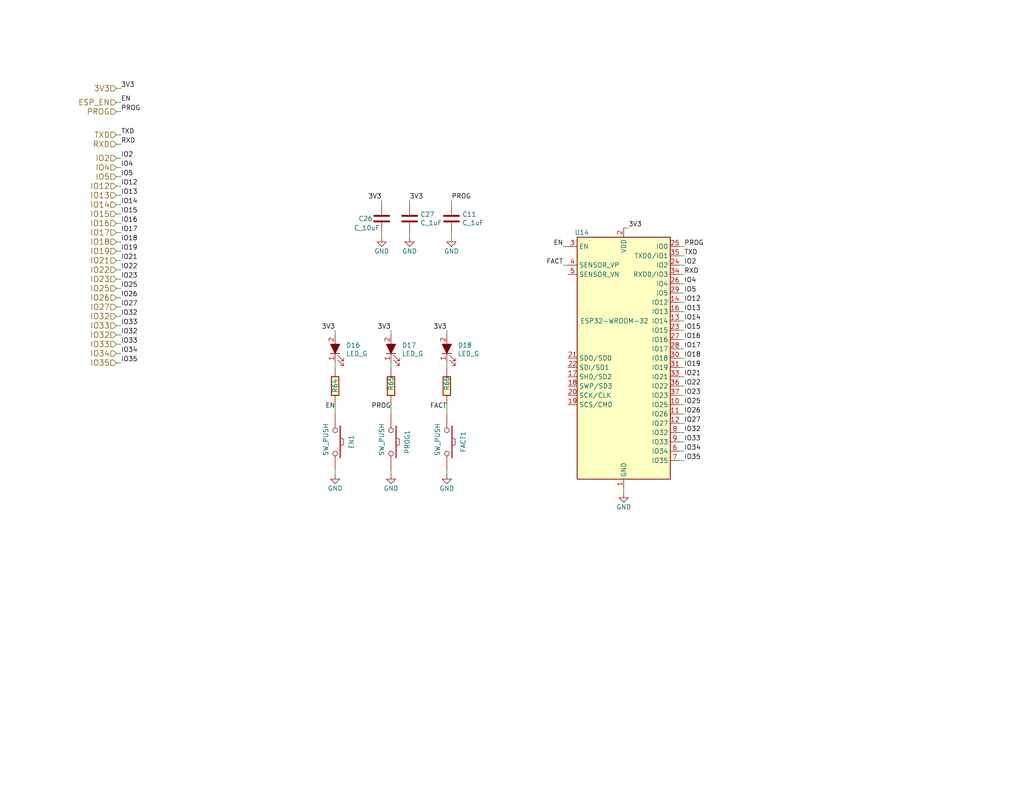
<source format=kicad_sch>
(kicad_sch (version 20211123) (generator eeschema)
  (paper "USLetter")
  (lib_symbols
    (symbol "C_1uF_1" (pin_numbers hide) (pin_names (offset 0.254))
      (property "Reference" "C" (at 0.635 2.54 0))
      (property "Value" "C_1uF_1" (at -5.715 -2.54 0))
      (symbol "C_1uF_1_0_1"
        (polyline (pts (xy -2.032 -0.762) (xy 2.032 -0.762)) (stroke (width 0.508)))
        (polyline (pts (xy -2.032 0.762) (xy 2.032 0.762)) (stroke (width 0.508)))
      )
      (symbol "C_1uF_1_1_1"
        (pin passive line (at 0 3.81 270) (length 2.794) (name "~") (number "1"))
        (pin passive line (at 0 -3.81 90) (length 2.794) (name "~") (number "2"))
      )
    )
    (symbol "LED_G_1" (pin_names (offset 1.016) hide)
      (property "Reference" "D" (at 0 2.54 0))
      (property "Value" "LED_G_1" (at 0 -2.54 0))
      (symbol "LED_G_1_0_1"
        (polyline (pts (xy -1.27 -1.27) (xy -1.27 1.27)) (stroke (width 0.2032)))
        (polyline (pts (xy 1.27 -1.27) (xy 1.27 1.27) (xy -1.27 0) (xy 1.27 -1.27)) (stroke (width 0.2032)) (fill (type outline)))
        (polyline (pts (xy -3.048 -0.762) (xy -4.572 -2.286) (xy -3.81 -2.286) (xy -4.572 -2.286) (xy -4.572 -1.524)))
        (polyline (pts (xy -1.778 -0.762) (xy -3.302 -2.286) (xy -2.54 -2.286) (xy -3.302 -2.286) (xy -3.302 -1.524)))
      )
      (symbol "LED_G_1_1_1"
        (pin passive line (at -3.81 0 0) (length 2.54) (name "K") (number "1"))
        (pin passive line (at 3.81 0 180) (length 2.54) (name "A") (number "2"))
      )
    )
    (symbol "LED_G_2" (pin_names (offset 1.016) hide)
      (property "Reference" "D" (at 0 2.54 0))
      (property "Value" "LED_G_2" (at 0 -2.54 0))
      (symbol "LED_G_2_0_1"
        (polyline (pts (xy -1.27 -1.27) (xy -1.27 1.27)) (stroke (width 0.2032)))
        (polyline (pts (xy 1.27 -1.27) (xy 1.27 1.27) (xy -1.27 0) (xy 1.27 -1.27)) (stroke (width 0.2032)) (fill (type outline)))
        (polyline (pts (xy -3.048 -0.762) (xy -4.572 -2.286) (xy -3.81 -2.286) (xy -4.572 -2.286) (xy -4.572 -1.524)))
        (polyline (pts (xy -1.778 -0.762) (xy -3.302 -2.286) (xy -2.54 -2.286) (xy -3.302 -2.286) (xy -3.302 -1.524)))
      )
      (symbol "LED_G_2_1_1"
        (pin passive line (at -3.81 0 0) (length 2.54) (name "K") (number "1"))
        (pin passive line (at 3.81 0 180) (length 2.54) (name "A") (number "2"))
      )
    )
    (symbol "Open Automation:R_10K_0402" (pin_numbers hide) (pin_names (offset 0))
      (property "Reference" "R" (at 0 0 90))
      (property "Value" "R_10K_0402" (at -1.905 0 90))
      (symbol "R_10K_0402_0_1"
        (rectangle (start -1.016 -2.54) (end 1.016 2.54) (stroke (width 0.254)) (fill (type background)))
      )
      (symbol "R_10K_0402_1_1"
        (pin passive line (at 0 -5.08 90) (length 2.54) (name "~") (number "1"))
        (pin passive line (at 0 5.08 270) (length 2.54) (name "~") (number "2"))
      )
    )
    (symbol "Open_Automation:C_10uF" (pin_numbers hide) (pin_names (offset 0.254))
      (property "Reference" "C" (at 0.635 2.54 0))
      (property "Value" "C_10uF" (at 1.27 -2.54 0))
      (symbol "C_10uF_0_1"
        (polyline (pts (xy -2.032 -0.762) (xy 2.032 -0.762)) (stroke (width 0.508)))
        (polyline (pts (xy -2.032 0.762) (xy 2.032 0.762)) (stroke (width 0.508)))
      )
      (symbol "C_10uF_1_1"
        (pin passive line (at 0 3.81 270) (length 2.794) (name "~") (number "1"))
        (pin passive line (at 0 -3.81 90) (length 2.794) (name "~") (number "2"))
      )
    )
    (symbol "Open_Automation:C_1uF" (pin_numbers hide) (pin_names (offset 0.254))
      (property "Reference" "C" (at 0.635 2.54 0))
      (property "Value" "C_1uF" (at -5.715 -2.54 0))
      (symbol "C_1uF_0_1"
        (polyline (pts (xy -2.032 -0.762) (xy 2.032 -0.762)) (stroke (width 0.508)))
        (polyline (pts (xy -2.032 0.762) (xy 2.032 0.762)) (stroke (width 0.508)))
      )
      (symbol "C_1uF_1_1"
        (pin passive line (at 0 3.81 270) (length 2.794) (name "~") (number "1"))
        (pin passive line (at 0 -3.81 90) (length 2.794) (name "~") (number "2"))
      )
    )
    (symbol "Open_Automation:ESP32-WROOM-32"
      (property "Reference" "U" (at -12.7 34.29 0))
      (property "Value" "ESP32-WROOM-32" (at 1.27 34.29 0))
      (symbol "ESP32-WROOM-32_0_1"
        (rectangle (start -12.7 33.02) (end 12.7 -33.02) (stroke (width 0.254)) (fill (type background)))
      )
      (symbol "ESP32-WROOM-32_1_1"
        (pin power_in line (at 0 -35.56 90) (length 2.54) (name "GND") (number "1"))
        (pin bidirectional line (at 15.24 -12.7 180) (length 2.54) (name "IO25") (number "10"))
        (pin bidirectional line (at 15.24 -15.24 180) (length 2.54) (name "IO26") (number "11"))
        (pin bidirectional line (at 15.24 -17.78 180) (length 2.54) (name "IO27") (number "12"))
        (pin bidirectional line (at 15.24 10.16 180) (length 2.54) (name "IO14") (number "13"))
        (pin bidirectional line (at 15.24 15.24 180) (length 2.54) (name "IO12") (number "14"))
        (pin passive line (at 0 -35.56 90) (length 2.54) hide (name "GND") (number "15"))
        (pin bidirectional line (at 15.24 12.7 180) (length 2.54) (name "IO13") (number "16"))
        (pin bidirectional line (at -15.24 -5.08 0) (length 2.54) (name "SHD/SD2") (number "17"))
        (pin bidirectional line (at -15.24 -7.62 0) (length 2.54) (name "SWP/SD3") (number "18"))
        (pin bidirectional line (at -15.24 -12.7 0) (length 2.54) (name "SCS/CMD") (number "19"))
        (pin power_in line (at 0 35.56 270) (length 2.54) (name "VDD") (number "2"))
        (pin bidirectional line (at -15.24 -10.16 0) (length 2.54) (name "SCK/CLK") (number "20"))
        (pin bidirectional line (at -15.24 0 0) (length 2.54) (name "SDO/SD0") (number "21"))
        (pin bidirectional line (at -15.24 -2.54 0) (length 2.54) (name "SDI/SD1") (number "22"))
        (pin bidirectional line (at 15.24 7.62 180) (length 2.54) (name "IO15") (number "23"))
        (pin bidirectional line (at 15.24 25.4 180) (length 2.54) (name "IO2") (number "24"))
        (pin bidirectional line (at 15.24 30.48 180) (length 2.54) (name "IO0") (number "25"))
        (pin bidirectional line (at 15.24 20.32 180) (length 2.54) (name "IO4") (number "26"))
        (pin bidirectional line (at 15.24 5.08 180) (length 2.54) (name "IO16") (number "27"))
        (pin bidirectional line (at 15.24 2.54 180) (length 2.54) (name "IO17") (number "28"))
        (pin bidirectional line (at 15.24 17.78 180) (length 2.54) (name "IO5") (number "29"))
        (pin input line (at -15.24 30.48 0) (length 2.54) (name "EN") (number "3"))
        (pin bidirectional line (at 15.24 0 180) (length 2.54) (name "IO18") (number "30"))
        (pin bidirectional line (at 15.24 -2.54 180) (length 2.54) (name "IO19") (number "31"))
        (pin no_connect line (at -12.7 -27.94 0) (length 2.54) hide (name "NC") (number "32"))
        (pin bidirectional line (at 15.24 -5.08 180) (length 2.54) (name "IO21") (number "33"))
        (pin bidirectional line (at 15.24 22.86 180) (length 2.54) (name "RXD0/IO3") (number "34"))
        (pin bidirectional line (at 15.24 27.94 180) (length 2.54) (name "TXD0/IO1") (number "35"))
        (pin bidirectional line (at 15.24 -7.62 180) (length 2.54) (name "IO22") (number "36"))
        (pin bidirectional line (at 15.24 -10.16 180) (length 2.54) (name "IO23") (number "37"))
        (pin passive line (at 0 -35.56 90) (length 2.54) hide (name "GND") (number "38"))
        (pin passive line (at 0 -35.56 90) (length 2.54) hide (name "GND") (number "39"))
        (pin input line (at -15.24 25.4 0) (length 2.54) (name "SENSOR_VP") (number "4"))
        (pin input line (at -15.24 22.86 0) (length 2.54) (name "SENSOR_VN") (number "5"))
        (pin input line (at 15.24 -25.4 180) (length 2.54) (name "IO34") (number "6"))
        (pin input line (at 15.24 -27.94 180) (length 2.54) (name "IO35") (number "7"))
        (pin bidirectional line (at 15.24 -20.32 180) (length 2.54) (name "IO32") (number "8"))
        (pin bidirectional line (at 15.24 -22.86 180) (length 2.54) (name "IO33") (number "9"))
      )
    )
    (symbol "Open_Automation:LED_G" (pin_names (offset 1.016) hide)
      (property "Reference" "D" (at 0 2.54 0))
      (property "Value" "LED_G" (at 0 -2.54 0))
      (symbol "LED_G_0_1"
        (polyline (pts (xy -1.27 -1.27) (xy -1.27 1.27)) (stroke (width 0.2032)))
        (polyline (pts (xy 1.27 -1.27) (xy 1.27 1.27) (xy -1.27 0) (xy 1.27 -1.27)) (stroke (width 0.2032)) (fill (type outline)))
        (polyline (pts (xy -3.048 -0.762) (xy -4.572 -2.286) (xy -3.81 -2.286) (xy -4.572 -2.286) (xy -4.572 -1.524)))
        (polyline (pts (xy -1.778 -0.762) (xy -3.302 -2.286) (xy -2.54 -2.286) (xy -3.302 -2.286) (xy -3.302 -1.524)))
      )
      (symbol "LED_G_1_1"
        (pin passive line (at -3.81 0 0) (length 2.54) (name "K") (number "1"))
        (pin passive line (at 3.81 0 180) (length 2.54) (name "A") (number "2"))
      )
    )
    (symbol "Open_Automation:SW_PUSH" (pin_numbers hide) (pin_names (offset 1.016) hide)
      (property "Reference" "SW" (at 3.81 2.794 0))
      (symbol "SW_PUSH_0_1"
        (rectangle (start -4.318 1.27) (end 4.318 1.524))
        (polyline (pts (xy -1.016 1.524) (xy -0.762 2.286) (xy 0.762 2.286) (xy 1.016 1.524)))
        (pin passive inverted (at -7.62 0 0) (length 5.08) (name "1") (number "1"))
        (pin passive inverted (at 7.62 0 180) (length 5.08) (name "2") (number "2"))
      )
    )
    (symbol "SW_PUSH_1" (pin_numbers hide) (pin_names (offset 1.016) hide)
      (property "Reference" "SW" (at 3.81 2.794 0))
      (symbol "SW_PUSH_1_0_1"
        (rectangle (start -4.318 1.27) (end 4.318 1.524))
        (polyline (pts (xy -1.016 1.524) (xy -0.762 2.286) (xy 0.762 2.286) (xy 1.016 1.524)))
        (pin passive inverted (at -7.62 0 0) (length 5.08) (name "1") (number "1"))
        (pin passive inverted (at 7.62 0 180) (length 5.08) (name "2") (number "2"))
      )
    )
    (symbol "SW_PUSH_2" (pin_numbers hide) (pin_names (offset 1.016) hide)
      (property "Reference" "SW" (at 3.81 2.794 0))
      (symbol "SW_PUSH_2_0_1"
        (rectangle (start -4.318 1.27) (end 4.318 1.524))
        (polyline (pts (xy -1.016 1.524) (xy -0.762 2.286) (xy 0.762 2.286) (xy 1.016 1.524)))
        (pin passive inverted (at -7.62 0 0) (length 5.08) (name "1") (number "1"))
        (pin passive inverted (at 7.62 0 180) (length 5.08) (name "2") (number "2"))
      )
    )
    (symbol "power:GND" (power) (pin_names (offset 0))
      (property "Value" "GND" (at 0 -3.81 0))
      (symbol "GND_0_1"
        (polyline (pts (xy 0 0) (xy 0 -1.27) (xy 1.27 -1.27) (xy 0 -2.54) (xy -1.27 -1.27) (xy 0 -1.27)))
      )
      (symbol "GND_1_1"
        (pin power_in line (at 0 0 270) (length 0) hide (name "GND") (number "1"))
      )
    )
  )
  (wire (pts (xy 33.02 43.18) (xy 31.75 43.18)))
  (wire (pts (xy 33.02 88.9) (xy 31.75 88.9)))
  (wire (pts (xy 106.68 110.49) (xy 106.68 113.03)))
  (wire (pts (xy 186.69 125.73) (xy 185.42 125.73)))
  (wire (pts (xy 185.42 95.25) (xy 186.69 95.25)))
  (wire (pts (xy 185.42 118.11) (xy 186.69 118.11)))
  (wire (pts (xy 91.44 100.33) (xy 91.44 99.06)))
  (wire (pts (xy 186.69 92.71) (xy 185.42 92.71)))
  (wire (pts (xy 106.68 90.17) (xy 106.68 91.44)))
  (wire (pts (xy 153.67 67.31) (xy 154.94 67.31)))
  (wire (pts (xy 186.69 113.03) (xy 185.42 113.03)))
  (wire (pts (xy 186.69 110.49) (xy 185.42 110.49)))
  (wire (pts (xy 171.45 62.23) (xy 170.18 62.23)))
  (wire (pts (xy 186.69 74.93) (xy 185.42 74.93)))
  (wire (pts (xy 33.02 60.96) (xy 31.75 60.96)))
  (wire (pts (xy 91.44 110.49) (xy 91.44 113.03)))
  (wire (pts (xy 33.02 48.26) (xy 31.75 48.26)))
  (wire (pts (xy 33.02 66.04) (xy 31.75 66.04)))
  (wire (pts (xy 33.02 50.8) (xy 31.75 50.8)))
  (wire (pts (xy 185.42 90.17) (xy 186.69 90.17)))
  (wire (pts (xy 123.19 63.5) (xy 123.19 64.77)))
  (wire (pts (xy 185.42 123.19) (xy 186.69 123.19)))
  (wire (pts (xy 186.69 82.55) (xy 185.42 82.55)))
  (wire (pts (xy 33.02 91.44) (xy 31.75 91.44)))
  (wire (pts (xy 33.02 58.42) (xy 31.75 58.42)))
  (wire (pts (xy 106.68 99.06) (xy 106.68 100.33)))
  (wire (pts (xy 186.69 97.79) (xy 185.42 97.79)))
  (wire (pts (xy 33.02 96.52) (xy 31.75 96.52)))
  (wire (pts (xy 33.02 73.66) (xy 31.75 73.66)))
  (wire (pts (xy 185.42 69.85) (xy 186.69 69.85)))
  (wire (pts (xy 186.69 85.09) (xy 185.42 85.09)))
  (wire (pts (xy 186.69 72.39) (xy 185.42 72.39)))
  (wire (pts (xy 121.92 110.49) (xy 121.92 113.03)))
  (wire (pts (xy 33.02 39.37) (xy 31.75 39.37)))
  (wire (pts (xy 153.67 72.39) (xy 154.94 72.39)))
  (wire (pts (xy 33.02 78.74) (xy 31.75 78.74)))
  (wire (pts (xy 104.14 64.77) (xy 104.14 63.5)))
  (wire (pts (xy 186.69 105.41) (xy 185.42 105.41)))
  (wire (pts (xy 186.69 77.47) (xy 185.42 77.47)))
  (wire (pts (xy 186.69 67.31) (xy 185.42 67.31)))
  (wire (pts (xy 33.02 93.98) (xy 31.75 93.98)))
  (wire (pts (xy 121.92 99.06) (xy 121.92 100.33)))
  (wire (pts (xy 186.69 87.63) (xy 185.42 87.63)))
  (wire (pts (xy 33.02 63.5) (xy 31.75 63.5)))
  (wire (pts (xy 121.92 129.54) (xy 121.92 128.27)))
  (wire (pts (xy 33.02 71.12) (xy 31.75 71.12)))
  (wire (pts (xy 104.14 55.88) (xy 104.14 54.61)))
  (wire (pts (xy 33.02 68.58) (xy 31.75 68.58)))
  (wire (pts (xy 121.92 90.17) (xy 121.92 91.44)))
  (wire (pts (xy 170.18 133.35) (xy 170.18 134.62)))
  (wire (pts (xy 33.02 27.94) (xy 31.75 27.94)))
  (wire (pts (xy 186.69 107.95) (xy 185.42 107.95)))
  (wire (pts (xy 186.69 115.57) (xy 185.42 115.57)))
  (wire (pts (xy 33.02 36.83) (xy 31.75 36.83)))
  (wire (pts (xy 33.02 83.82) (xy 31.75 83.82)))
  (wire (pts (xy 186.69 102.87) (xy 185.42 102.87)))
  (wire (pts (xy 123.19 54.61) (xy 123.19 55.88)))
  (wire (pts (xy 33.02 30.48) (xy 31.75 30.48)))
  (wire (pts (xy 91.44 90.17) (xy 91.44 91.44)))
  (wire (pts (xy 33.02 76.2) (xy 31.75 76.2)))
  (wire (pts (xy 185.42 100.33) (xy 186.69 100.33)))
  (wire (pts (xy 186.69 120.65) (xy 185.42 120.65)))
  (wire (pts (xy 111.76 54.61) (xy 111.76 55.88)))
  (wire (pts (xy 33.02 99.06) (xy 31.75 99.06)))
  (wire (pts (xy 33.02 55.88) (xy 31.75 55.88)))
  (wire (pts (xy 33.02 24.13) (xy 31.75 24.13)))
  (wire (pts (xy 106.68 129.54) (xy 106.68 128.27)))
  (wire (pts (xy 186.69 80.01) (xy 185.42 80.01)))
  (wire (pts (xy 111.76 63.5) (xy 111.76 64.77)))
  (wire (pts (xy 33.02 45.72) (xy 31.75 45.72)))
  (wire (pts (xy 33.02 81.28) (xy 31.75 81.28)))
  (wire (pts (xy 33.02 86.36) (xy 31.75 86.36)))
  (wire (pts (xy 91.44 129.54) (xy 91.44 128.27)))
  (wire (pts (xy 33.02 53.34) (xy 31.75 53.34)))
  (label "PROG" (at 123.19 54.61 0))
  (label "FACT" (at 121.92 111.76 180))
  (label "IO15" (at 33.02 58.42 0))
  (label "EN" (at 91.44 111.76 180))
  (label "IO19" (at 33.02 68.58 0))
  (label "IO5" (at 33.02 48.26 0))
  (label "IO23" (at 186.69 107.95 0))
  (label "IO2" (at 186.69 72.39 0))
  (label "IO27" (at 33.02 83.82 0))
  (label "3V3" (at 111.76 54.61 0))
  (label "IO13" (at 33.02 53.34 0))
  (label "PROG" (at 33.02 30.48 0))
  (label "3V3" (at 106.68 90.17 180))
  (label "IO32" (at 186.69 118.11 0))
  (label "IO26" (at 186.69 113.03 0))
  (label "IO17" (at 186.69 95.25 0))
  (label "IO35" (at 33.02 99.06 0))
  (label "3V3" (at 33.02 24.13 0))
  (label "RXD" (at 186.69 74.93 0))
  (label "EN" (at 153.67 67.31 180))
  (label "IO4" (at 186.69 77.47 0))
  (label "IO12" (at 33.02 50.8 0))
  (label "IO22" (at 186.69 105.41 0))
  (label "IO32" (at 33.02 91.44 0))
  (label "IO26" (at 33.02 81.28 0))
  (label "IO16" (at 33.02 60.96 0))
  (label "IO2" (at 33.02 43.18 0))
  (label "IO14" (at 186.69 87.63 0))
  (label "PROG" (at 106.68 111.76 180))
  (label "IO34" (at 33.02 96.52 0))
  (label "RXD" (at 33.02 39.37 0))
  (label "IO19" (at 186.69 100.33 0))
  (label "IO35" (at 186.69 125.73 0))
  (label "IO21" (at 186.69 102.87 0))
  (label "IO33" (at 33.02 93.98 0))
  (label "3V3" (at 104.14 54.61 180))
  (label "IO18" (at 33.02 66.04 0))
  (label "IO25" (at 186.69 110.49 0))
  (label "3V3" (at 171.45 62.23 0))
  (label "IO33" (at 33.02 88.9 0))
  (label "IO32" (at 33.02 86.36 0))
  (label "IO4" (at 33.02 45.72 0))
  (label "EN" (at 33.02 27.94 0))
  (label "IO27" (at 186.69 115.57 0))
  (label "IO22" (at 33.02 73.66 0))
  (label "IO17" (at 33.02 63.5 0))
  (label "IO33" (at 186.69 120.65 0))
  (label "IO23" (at 33.02 76.2 0))
  (label "IO12" (at 186.69 82.55 0))
  (label "IO13" (at 186.69 85.09 0))
  (label "FACT" (at 153.67 72.39 180))
  (label "TXD" (at 186.69 69.85 0))
  (label "IO14" (at 33.02 55.88 0))
  (label "TXD" (at 33.02 36.83 0))
  (label "IO34" (at 186.69 123.19 0))
  (label "IO16" (at 186.69 92.71 0))
  (label "IO5" (at 186.69 80.01 0))
  (label "IO21" (at 33.02 71.12 0))
  (label "3V3" (at 121.92 90.17 180))
  (label "IO18" (at 186.69 97.79 0))
  (label "3V3" (at 91.44 90.17 180))
  (label "PROG" (at 186.69 67.31 0))
  (label "IO25" (at 33.02 78.74 0))
  (label "IO15" (at 186.69 90.17 0))
  (hierarchical_label "IO4" (shape input) (at 31.75 45.72 180) (effects (font (size 1.524 1.524))))
  (hierarchical_label "IO16" (shape input) (at 31.75 60.96 180) (effects (font (size 1.524 1.524))))
  (hierarchical_label "3V3" (shape input) (at 31.75 24.13 180) (effects (font (size 1.524 1.524))))
  (hierarchical_label "IO13" (shape input) (at 31.75 53.34 180) (effects (font (size 1.524 1.524))))
  (hierarchical_label "IO19" (shape input) (at 31.75 68.58 180) (effects (font (size 1.524 1.524))))
  (hierarchical_label "PROG" (shape input) (at 31.75 30.48 180) (effects (font (size 1.524 1.524))))
  (hierarchical_label "IO25" (shape input) (at 31.75 78.74 180) (effects (font (size 1.524 1.524))))
  (hierarchical_label "IO14" (shape input) (at 31.75 55.88 180) (effects (font (size 1.524 1.524))))
  (hierarchical_label "IO33" (shape input) (at 31.75 88.9 180) (effects (font (size 1.524 1.524))))
  (hierarchical_label "IO15" (shape input) (at 31.75 58.42 180) (effects (font (size 1.524 1.524))))
  (hierarchical_label "IO26" (shape input) (at 31.75 81.28 180) (effects (font (size 1.524 1.524))))
  (hierarchical_label "IO2" (shape input) (at 31.75 43.18 180) (effects (font (size 1.524 1.524))))
  (hierarchical_label "IO5" (shape input) (at 31.75 48.26 180) (effects (font (size 1.524 1.524))))
  (hierarchical_label "RXD" (shape input) (at 31.75 39.37 180) (effects (font (size 1.524 1.524))))
  (hierarchical_label "IO17" (shape input) (at 31.75 63.5 180) (effects (font (size 1.524 1.524))))
  (hierarchical_label "IO32" (shape input) (at 31.75 91.44 180) (effects (font (size 1.524 1.524))))
  (hierarchical_label "IO33" (shape input) (at 31.75 93.98 180) (effects (font (size 1.524 1.524))))
  (hierarchical_label "IO18" (shape input) (at 31.75 66.04 180) (effects (font (size 1.524 1.524))))
  (hierarchical_label "TXD" (shape input) (at 31.75 36.83 180) (effects (font (size 1.524 1.524))))
  (hierarchical_label "IO32" (shape input) (at 31.75 86.36 180) (effects (font (size 1.524 1.524))))
  (hierarchical_label "IO12" (shape input) (at 31.75 50.8 180) (effects (font (size 1.524 1.524))))
  (hierarchical_label "IO23" (shape input) (at 31.75 76.2 180) (effects (font (size 1.524 1.524))))
  (hierarchical_label "IO34" (shape input) (at 31.75 96.52 180) (effects (font (size 1.524 1.524))))
  (hierarchical_label "IO21" (shape input) (at 31.75 71.12 180) (effects (font (size 1.524 1.524))))
  (hierarchical_label "IO35" (shape input) (at 31.75 99.06 180) (effects (font (size 1.524 1.524))))
  (hierarchical_label "IO27" (shape input) (at 31.75 83.82 180) (effects (font (size 1.524 1.524))))
  (hierarchical_label "IO22" (shape input) (at 31.75 73.66 180) (effects (font (size 1.524 1.524))))
  (hierarchical_label "ESP_EN" (shape input) (at 31.75 27.94 180) (effects (font (size 1.524 1.524))))
  (symbol (lib_id "Open_Automation:C_10uF") (at 104.14 59.69 0) (unit 1)
    (property "Reference" "C26" (at 97.79 59.69 0) (effects (justify left)))
    (property "Value" "C_10uF" (at 96.52 62.23 0) (effects (justify left)))
    (property "Footprint" "Capacitor_SMD:C_0805_2012Metric_Pad1.18x1.45mm_HandSolder" (effects hide))
    (property "Datasheet" "https://datasheet.lcsc.com/szlcsc/Samsung-Electro-Mechanics-CL21A106KAYNNNE_C15850.pdf" (effects hide))
    (property "Part Number" "CL21A106KAYNNNE" (effects hide))
    (property "LCSC" "C15850" (effects hide))
  )
  (symbol (lib_name "LED_G_1") (lib_id "Open_Automation:LED_G") (at 91.44 95.25 90) (unit 1)
    (property "Reference" "D16" (at 94.4118 94.2594 90) (effects (justify right)))
    (property "Value" "LED_G" (at 94.4118 96.5708 90) (effects (justify right)))
    (property "Footprint" "LED_SMD:LED_0603_1608Metric_Pad1.05x0.95mm_HandSolder" (effects hide))
    (property "Datasheet" "https://datasheet.lcsc.com/szlcsc/Everlight-Elec-19-217-BHC-ZL1M2RY-3T_C72041.pdf" (effects hide))
    (property "Part Number" "19-217/BHC-ZL1M2RY/3T" (effects hide))
    (property "LCSC" "C72041" (effects hide))
  )
  (symbol (lib_name "LED_G_2") (lib_id "Open_Automation:LED_G") (at 106.68 95.25 90) (unit 1)
    (property "Reference" "D17" (at 109.6518 94.2594 90) (effects (justify right)))
    (property "Value" "LED_G" (at 109.6518 96.5708 90) (effects (justify right)))
    (property "Footprint" "LED_SMD:LED_0603_1608Metric_Pad1.05x0.95mm_HandSolder" (effects hide))
    (property "Datasheet" "https://datasheet.lcsc.com/szlcsc/Everlight-Elec-19-217-BHC-ZL1M2RY-3T_C72041.pdf" (effects hide))
    (property "Part Number" "19-217/BHC-ZL1M2RY/3T" (effects hide))
    (property "LCSC" "C72041" (effects hide))
  )
  (symbol (lib_name "SW_PUSH_1") (lib_id "Open_Automation:SW_PUSH") (at 106.68 120.65 270) (unit 1)
    (property "Reference" "PROG1" (at 111.125 120.65 0))
    (property "Value" "SW_PUSH" (at 104.14 120.015 0))
    (property "Footprint" "Button_Switch_SMD:SW_SPST_PTS645" (effects hide))
    (property "Datasheet" "https://datasheet.lcsc.com/szlcsc/1811082113_Korean-Hroparts-Elec-K2-1102SP-C4SC-04_C127509.pdf" (effects hide))
    (property "Part Number" "K2-1102SP-C4SC-04" (effects hide))
    (property "LCSC" "C127509" (effects hide))
  )
  (symbol (lib_name "SW_PUSH_2") (lib_id "Open_Automation:SW_PUSH") (at 91.44 120.65 270) (unit 1)
    (property "Reference" "EN1" (at 95.885 120.65 0))
    (property "Value" "SW_PUSH" (at 88.9 120.015 0))
    (property "Footprint" "Button_Switch_SMD:SW_SPST_PTS645" (effects hide))
    (property "Datasheet" "https://datasheet.lcsc.com/szlcsc/1811082113_Korean-Hroparts-Elec-K2-1102SP-C4SC-04_C127509.pdf" (effects hide))
    (property "Part Number" "K2-1102SP-C4SC-04" (effects hide))
    (property "LCSC" "C127509" (effects hide))
  )
  (symbol (lib_id "power:GND") (at 111.76 64.77 0) (unit 1)
    (property "Reference" "#PWR0102" (effects hide))
    (property "Value" "GND" (at 111.76 68.58 0))
  )
  (symbol (lib_id "power:GND") (at 104.14 64.77 0) (unit 1)
    (property "Reference" "#PWR0100" (effects hide))
    (property "Value" "GND" (at 104.14 68.58 0))
  )
  (symbol (lib_id "Open_Automation:SW_PUSH") (at 121.92 120.65 270) (unit 1)
    (property "Reference" "FACT1" (at 126.365 120.65 0))
    (property "Value" "SW_PUSH" (at 119.38 120.015 0))
    (property "Footprint" "Button_Switch_SMD:SW_SPST_PTS645" (effects hide))
    (property "Datasheet" "https://datasheet.lcsc.com/szlcsc/1811082113_Korean-Hroparts-Elec-K2-1102SP-C4SC-04_C127509.pdf" (effects hide))
    (property "Part Number" "K2-1102SP-C4SC-04" (effects hide))
    (property "LCSC" "C127509" (effects hide))
  )
  (symbol (lib_id "Open_Automation:LED_G") (at 121.92 95.25 90) (unit 1)
    (property "Reference" "D18" (at 124.8918 94.2594 90) (effects (justify right)))
    (property "Value" "LED_G" (at 124.8918 96.5708 90) (effects (justify right)))
    (property "Footprint" "LED_SMD:LED_0603_1608Metric_Pad1.05x0.95mm_HandSolder" (effects hide))
    (property "Datasheet" "https://datasheet.lcsc.com/szlcsc/Everlight-Elec-19-217-BHC-ZL1M2RY-3T_C72041.pdf" (effects hide))
    (property "Part Number" "19-217/BHC-ZL1M2RY/3T" (effects hide))
    (property "LCSC" "C72041" (effects hide))
  )
  (symbol (lib_id "power:GND") (at 121.92 129.54 0) (unit 1)
    (property "Reference" "#PWR0103" (effects hide))
    (property "Value" "GND" (at 121.92 133.35 0))
  )
  (symbol (lib_id "Open_Automation:ESP32-WROOM-32") (at 170.18 97.79 0) (unit 1)
    (property "Reference" "U14" (at 158.75 63.5 0))
    (property "Value" "ESP32-WROOM-32" (at 167.64 87.63 0))
    (property "Footprint" "RF_Module:ESP32-WROOM-32" (effects hide))
    (property "Datasheet" "https://datasheet.lcsc.com/szlcsc/2007061615_Espressif-Systems-ESP32-WROOM-32_C82899.pdf" (effects hide))
    (property "LCSC" "C82899" (effects hide))
  )
  (symbol (lib_id "power:GND") (at 170.18 134.62 0) (unit 1)
    (property "Reference" "#PWR0104" (effects hide))
    (property "Value" "GND" (at 170.18 138.43 0))
  )
  (symbol (lib_id "power:GND") (at 91.44 129.54 0) (unit 1)
    (property "Reference" "#PWR099" (effects hide))
    (property "Value" "GND" (at 91.44 133.35 0))
  )
  (symbol (lib_id "power:GND") (at 106.68 129.54 0) (unit 1)
    (property "Reference" "#PWR0101" (effects hide))
    (property "Value" "GND" (at 106.68 133.35 0))
  )
  (symbol (lib_id "Open_Automation:C_1uF") (at 111.76 59.69 0) (unit 1)
    (property "Reference" "C27" (at 114.681 58.5216 0) (effects (justify left)))
    (property "Value" "C_1uF" (at 114.681 60.833 0) (effects (justify left)))
    (property "Footprint" "Capacitor_SMD:C_0402_1005Metric_Pad0.74x0.62mm_HandSolder" (effects hide))
    (property "Datasheet" "https://datasheet.lcsc.com/szlcsc/Samsung-Electro-Mechanics-CL05A105KA5NQNC_C52923.pdf" (effects hide))
    (property "LCSC" "C52923" (effects hide))
    (property "Part Number" "CL05A105KA5NQNC" (effects hide))
  )
  (symbol (lib_id "power:GND") (at 123.19 64.77 0) (unit 1)
    (property "Reference" "#PWR0120" (effects hide))
    (property "Value" "GND" (at 123.19 68.58 0))
  )
  (symbol (lib_name "C_1uF_1") (lib_id "Open_Automation:C_1uF") (at 123.19 59.69 0) (unit 1)
    (property "Reference" "C11" (at 126.111 58.5216 0) (effects (justify left)))
    (property "Value" "C_1uF" (at 126.111 60.833 0) (effects (justify left)))
    (property "Footprint" "Capacitor_SMD:C_0402_1005Metric_Pad0.74x0.62mm_HandSolder" (effects hide))
    (property "Datasheet" "https://datasheet.lcsc.com/szlcsc/Samsung-Electro-Mechanics-CL05A105KA5NQNC_C52923.pdf" (effects hide))
    (property "LCSC" "C52923" (effects hide))
    (property "Part Number" "CL05A105KA5NQNC" (effects hide))
  )
  (symbol (lib_id "Open Automation:R_10K_0402") (at 91.44 105.41 0) (unit 1)
    (property "Reference" "R64" (at 91.44 107.315 90) (effects (justify left)))
    (property "Datasheet" "https://datasheet.lcsc.com/szlcsc/Uniroyal-Elec-0402WGF1002TCE_C25744.pdf" (effects hide))
    (property "Part Number" "0402WGF1002TCE" (effects hide))
    (property "LCSC" "C25744" (effects hide))
  )
  (symbol (lib_id "Open Automation:R_10K_0402") (at 106.68 105.41 0) (unit 1)
    (property "Reference" "R65" (at 106.68 106.68 90) (effects (justify left)))
    (property "Datasheet" "https://datasheet.lcsc.com/szlcsc/Uniroyal-Elec-0402WGF1002TCE_C25744.pdf" (effects hide))
    (property "Part Number" "0402WGF1002TCE" (effects hide))
    (property "LCSC" "C25744" (effects hide))
  )
  (symbol (lib_id "Open Automation:R_10K_0402") (at 121.92 105.41 0) (unit 1)
    (property "Reference" "R66" (at 121.92 106.68 90) (effects (justify left)))
    (property "Datasheet" "https://datasheet.lcsc.com/szlcsc/Uniroyal-Elec-0402WGF1002TCE_C25744.pdf" (effects hide))
    (property "Part Number" "0402WGF1002TCE" (effects hide))
    (property "LCSC" "C25744" (effects hide))
  )
)
</source>
